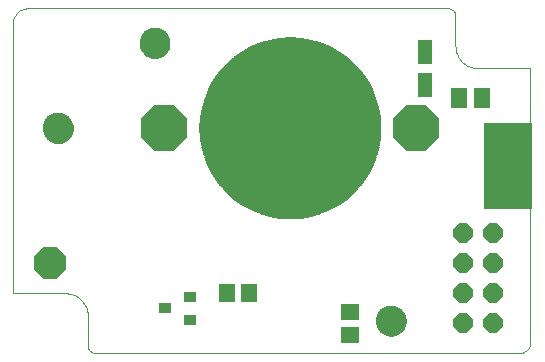
<source format=gts>
G75*
%MOIN*%
%OFA0B0*%
%FSLAX24Y24*%
%IPPOS*%
%LPD*%
%AMOC8*
5,1,8,0,0,1.08239X$1,22.5*
%
%ADD10C,0.0000*%
%ADD11C,0.1024*%
%ADD12OC8,0.1540*%
%ADD13C,0.4040*%
%ADD14C,0.0050*%
%ADD15R,0.0552X0.0670*%
%ADD16R,0.0552X0.0631*%
%ADD17R,0.0631X0.0552*%
%ADD18R,0.0394X0.0355*%
%ADD19OC8,0.0640*%
%ADD20OC8,0.1040*%
%ADD21R,0.0512X0.0827*%
%ADD22R,0.1340X0.0640*%
%ADD23R,0.1600X0.2900*%
D10*
X002650Y001400D02*
X002648Y001454D01*
X002642Y001507D01*
X002633Y001559D01*
X002620Y001611D01*
X002603Y001662D01*
X002582Y001712D01*
X002558Y001759D01*
X002531Y001805D01*
X002500Y001849D01*
X002467Y001891D01*
X002430Y001930D01*
X002391Y001967D01*
X002349Y002000D01*
X002305Y002031D01*
X002259Y002058D01*
X002212Y002082D01*
X002162Y002103D01*
X002111Y002120D01*
X002059Y002133D01*
X002007Y002142D01*
X001954Y002148D01*
X001900Y002150D01*
X000150Y002150D01*
X000150Y011256D01*
X000150Y011150D02*
X000152Y011194D01*
X000158Y011237D01*
X000167Y011279D01*
X000180Y011321D01*
X000197Y011361D01*
X000217Y011400D01*
X000240Y011437D01*
X000267Y011471D01*
X000296Y011504D01*
X000329Y011533D01*
X000363Y011560D01*
X000400Y011583D01*
X000439Y011603D01*
X000479Y011620D01*
X000521Y011633D01*
X000563Y011642D01*
X000606Y011648D01*
X000650Y011650D01*
X014650Y011650D01*
X014680Y011648D01*
X014710Y011643D01*
X014739Y011634D01*
X014766Y011621D01*
X014792Y011606D01*
X014816Y011587D01*
X014837Y011566D01*
X014856Y011542D01*
X014871Y011516D01*
X014884Y011489D01*
X014893Y011460D01*
X014898Y011430D01*
X014900Y011400D01*
X014900Y010400D01*
X014902Y010346D01*
X014908Y010293D01*
X014917Y010241D01*
X014930Y010189D01*
X014947Y010138D01*
X014968Y010088D01*
X014992Y010041D01*
X015019Y009995D01*
X015050Y009951D01*
X015083Y009909D01*
X015120Y009870D01*
X015159Y009833D01*
X015201Y009800D01*
X015245Y009769D01*
X015291Y009742D01*
X015338Y009718D01*
X015388Y009697D01*
X015439Y009680D01*
X015491Y009667D01*
X015543Y009658D01*
X015596Y009652D01*
X015650Y009650D01*
X017400Y009650D01*
X017400Y000544D01*
X017398Y000505D01*
X017392Y000467D01*
X017383Y000430D01*
X017370Y000393D01*
X017353Y000358D01*
X017334Y000325D01*
X017311Y000294D01*
X017285Y000265D01*
X017256Y000239D01*
X017225Y000216D01*
X017192Y000197D01*
X017157Y000180D01*
X017120Y000167D01*
X017083Y000158D01*
X017045Y000152D01*
X017006Y000150D01*
X017150Y000150D02*
X002900Y000150D01*
X002870Y000152D01*
X002840Y000157D01*
X002811Y000166D01*
X002784Y000179D01*
X002758Y000194D01*
X002734Y000213D01*
X002713Y000234D01*
X002694Y000258D01*
X002679Y000284D01*
X002666Y000311D01*
X002657Y000340D01*
X002652Y000370D01*
X002650Y000400D01*
X002650Y001400D01*
X001158Y007650D02*
X001160Y007694D01*
X001166Y007738D01*
X001176Y007781D01*
X001189Y007823D01*
X001207Y007863D01*
X001228Y007902D01*
X001252Y007939D01*
X001279Y007974D01*
X001310Y008006D01*
X001343Y008035D01*
X001379Y008061D01*
X001417Y008083D01*
X001457Y008102D01*
X001498Y008118D01*
X001541Y008130D01*
X001584Y008138D01*
X001628Y008142D01*
X001672Y008142D01*
X001716Y008138D01*
X001759Y008130D01*
X001802Y008118D01*
X001843Y008102D01*
X001883Y008083D01*
X001921Y008061D01*
X001957Y008035D01*
X001990Y008006D01*
X002021Y007974D01*
X002048Y007939D01*
X002072Y007902D01*
X002093Y007863D01*
X002111Y007823D01*
X002124Y007781D01*
X002134Y007738D01*
X002140Y007694D01*
X002142Y007650D01*
X002140Y007606D01*
X002134Y007562D01*
X002124Y007519D01*
X002111Y007477D01*
X002093Y007437D01*
X002072Y007398D01*
X002048Y007361D01*
X002021Y007326D01*
X001990Y007294D01*
X001957Y007265D01*
X001921Y007239D01*
X001883Y007217D01*
X001843Y007198D01*
X001802Y007182D01*
X001759Y007170D01*
X001716Y007162D01*
X001672Y007158D01*
X001628Y007158D01*
X001584Y007162D01*
X001541Y007170D01*
X001498Y007182D01*
X001457Y007198D01*
X001417Y007217D01*
X001379Y007239D01*
X001343Y007265D01*
X001310Y007294D01*
X001279Y007326D01*
X001252Y007361D01*
X001228Y007398D01*
X001207Y007437D01*
X001189Y007477D01*
X001176Y007519D01*
X001166Y007562D01*
X001160Y007606D01*
X001158Y007650D01*
X004382Y010485D02*
X004384Y010529D01*
X004390Y010573D01*
X004400Y010616D01*
X004413Y010658D01*
X004431Y010698D01*
X004452Y010737D01*
X004476Y010774D01*
X004503Y010809D01*
X004534Y010841D01*
X004567Y010870D01*
X004603Y010896D01*
X004641Y010918D01*
X004681Y010937D01*
X004722Y010953D01*
X004765Y010965D01*
X004808Y010973D01*
X004852Y010977D01*
X004896Y010977D01*
X004940Y010973D01*
X004983Y010965D01*
X005026Y010953D01*
X005067Y010937D01*
X005107Y010918D01*
X005145Y010896D01*
X005181Y010870D01*
X005214Y010841D01*
X005245Y010809D01*
X005272Y010774D01*
X005296Y010737D01*
X005317Y010698D01*
X005335Y010658D01*
X005348Y010616D01*
X005358Y010573D01*
X005364Y010529D01*
X005366Y010485D01*
X005364Y010441D01*
X005358Y010397D01*
X005348Y010354D01*
X005335Y010312D01*
X005317Y010272D01*
X005296Y010233D01*
X005272Y010196D01*
X005245Y010161D01*
X005214Y010129D01*
X005181Y010100D01*
X005145Y010074D01*
X005107Y010052D01*
X005067Y010033D01*
X005026Y010017D01*
X004983Y010005D01*
X004940Y009997D01*
X004896Y009993D01*
X004852Y009993D01*
X004808Y009997D01*
X004765Y010005D01*
X004722Y010017D01*
X004681Y010033D01*
X004641Y010052D01*
X004603Y010074D01*
X004567Y010100D01*
X004534Y010129D01*
X004503Y010161D01*
X004476Y010196D01*
X004452Y010233D01*
X004431Y010272D01*
X004413Y010312D01*
X004400Y010354D01*
X004390Y010397D01*
X004384Y010441D01*
X004382Y010485D01*
X012256Y001233D02*
X012258Y001277D01*
X012264Y001321D01*
X012274Y001364D01*
X012287Y001406D01*
X012305Y001446D01*
X012326Y001485D01*
X012350Y001522D01*
X012377Y001557D01*
X012408Y001589D01*
X012441Y001618D01*
X012477Y001644D01*
X012515Y001666D01*
X012555Y001685D01*
X012596Y001701D01*
X012639Y001713D01*
X012682Y001721D01*
X012726Y001725D01*
X012770Y001725D01*
X012814Y001721D01*
X012857Y001713D01*
X012900Y001701D01*
X012941Y001685D01*
X012981Y001666D01*
X013019Y001644D01*
X013055Y001618D01*
X013088Y001589D01*
X013119Y001557D01*
X013146Y001522D01*
X013170Y001485D01*
X013191Y001446D01*
X013209Y001406D01*
X013222Y001364D01*
X013232Y001321D01*
X013238Y001277D01*
X013240Y001233D01*
X013238Y001189D01*
X013232Y001145D01*
X013222Y001102D01*
X013209Y001060D01*
X013191Y001020D01*
X013170Y000981D01*
X013146Y000944D01*
X013119Y000909D01*
X013088Y000877D01*
X013055Y000848D01*
X013019Y000822D01*
X012981Y000800D01*
X012941Y000781D01*
X012900Y000765D01*
X012857Y000753D01*
X012814Y000745D01*
X012770Y000741D01*
X012726Y000741D01*
X012682Y000745D01*
X012639Y000753D01*
X012596Y000765D01*
X012555Y000781D01*
X012515Y000800D01*
X012477Y000822D01*
X012441Y000848D01*
X012408Y000877D01*
X012377Y000909D01*
X012350Y000944D01*
X012326Y000981D01*
X012305Y001020D01*
X012287Y001060D01*
X012274Y001102D01*
X012264Y001145D01*
X012258Y001189D01*
X012256Y001233D01*
D11*
X012748Y001233D03*
X001650Y007650D03*
X004874Y010485D03*
D12*
X005200Y007650D03*
X013600Y007650D03*
D13*
X009400Y007650D03*
D14*
X006954Y005922D02*
X011846Y005922D01*
X011881Y005970D02*
X006919Y005970D01*
X006885Y006019D02*
X011915Y006019D01*
X011940Y006054D02*
X012103Y006348D01*
X012232Y006659D01*
X012325Y006982D01*
X012381Y007314D01*
X012400Y007650D01*
X012381Y007986D01*
X012325Y008318D01*
X012232Y008641D01*
X012103Y008952D01*
X011940Y009246D01*
X011745Y009520D01*
X011521Y009771D01*
X011270Y009995D01*
X011270Y009996D02*
X007530Y009996D01*
X007530Y009995D02*
X007279Y009771D01*
X007055Y009520D01*
X006860Y009246D01*
X006697Y008952D01*
X006568Y008641D01*
X006475Y008318D01*
X006419Y007986D01*
X006400Y007650D01*
X006419Y007314D01*
X006475Y006982D01*
X006568Y006659D01*
X006697Y006348D01*
X006860Y006054D01*
X007055Y005780D01*
X007279Y005529D01*
X007530Y005305D01*
X007804Y005110D01*
X008098Y004947D01*
X008409Y004818D01*
X008732Y004725D01*
X009064Y004669D01*
X009400Y004650D01*
X009736Y004669D01*
X010068Y004725D01*
X010391Y004818D01*
X010702Y004947D01*
X010996Y005110D01*
X011270Y005305D01*
X011521Y005529D01*
X011745Y005780D01*
X011940Y006054D01*
X011947Y006067D02*
X006853Y006067D01*
X006826Y006116D02*
X011974Y006116D01*
X012001Y006164D02*
X006799Y006164D01*
X006772Y006213D02*
X012028Y006213D01*
X012055Y006261D02*
X006745Y006261D01*
X006719Y006310D02*
X012081Y006310D01*
X012107Y006358D02*
X006693Y006358D01*
X006673Y006407D02*
X012127Y006407D01*
X012147Y006455D02*
X006653Y006455D01*
X006633Y006504D02*
X012167Y006504D01*
X012187Y006552D02*
X006613Y006552D01*
X006593Y006601D02*
X012207Y006601D01*
X012227Y006649D02*
X006573Y006649D01*
X006557Y006698D02*
X012243Y006698D01*
X012257Y006746D02*
X006543Y006746D01*
X006529Y006795D02*
X012271Y006795D01*
X012285Y006843D02*
X006515Y006843D01*
X006501Y006892D02*
X012299Y006892D01*
X012313Y006940D02*
X006487Y006940D01*
X006474Y006989D02*
X012326Y006989D01*
X012334Y007037D02*
X006466Y007037D01*
X006458Y007086D02*
X012342Y007086D01*
X012351Y007134D02*
X006449Y007134D01*
X006441Y007183D02*
X012359Y007183D01*
X012367Y007231D02*
X006433Y007231D01*
X006425Y007280D02*
X012375Y007280D01*
X012382Y007328D02*
X006418Y007328D01*
X006415Y007377D02*
X012385Y007377D01*
X012387Y007425D02*
X006413Y007425D01*
X006410Y007474D02*
X012390Y007474D01*
X012393Y007522D02*
X006407Y007522D01*
X006404Y007571D02*
X012396Y007571D01*
X012398Y007619D02*
X006402Y007619D01*
X006401Y007668D02*
X012399Y007668D01*
X012396Y007716D02*
X006404Y007716D01*
X006406Y007765D02*
X012394Y007765D01*
X012391Y007813D02*
X006409Y007813D01*
X006412Y007862D02*
X012388Y007862D01*
X012385Y007910D02*
X006415Y007910D01*
X006417Y007959D02*
X012383Y007959D01*
X012378Y008007D02*
X006422Y008007D01*
X006431Y008056D02*
X012369Y008056D01*
X012361Y008104D02*
X006439Y008104D01*
X006447Y008153D02*
X012353Y008153D01*
X012345Y008201D02*
X006455Y008201D01*
X006464Y008250D02*
X012336Y008250D01*
X012328Y008298D02*
X006472Y008298D01*
X006484Y008347D02*
X012316Y008347D01*
X012302Y008395D02*
X006498Y008395D01*
X006512Y008444D02*
X012288Y008444D01*
X012275Y008492D02*
X006525Y008492D01*
X006539Y008541D02*
X012261Y008541D01*
X012247Y008589D02*
X006553Y008589D01*
X006567Y008638D02*
X012233Y008638D01*
X012213Y008686D02*
X006587Y008686D01*
X006607Y008735D02*
X012193Y008735D01*
X012173Y008783D02*
X006627Y008783D01*
X006647Y008832D02*
X012153Y008832D01*
X012133Y008880D02*
X006667Y008880D01*
X006688Y008929D02*
X012112Y008929D01*
X012089Y008977D02*
X006711Y008977D01*
X006738Y009026D02*
X012062Y009026D01*
X012035Y009074D02*
X006765Y009074D01*
X006792Y009123D02*
X012008Y009123D01*
X011982Y009171D02*
X006818Y009171D01*
X006845Y009220D02*
X011955Y009220D01*
X011925Y009268D02*
X006875Y009268D01*
X006910Y009317D02*
X011890Y009317D01*
X011856Y009365D02*
X006944Y009365D01*
X006979Y009414D02*
X011821Y009414D01*
X011787Y009462D02*
X007013Y009462D01*
X007047Y009511D02*
X011753Y009511D01*
X011711Y009559D02*
X007089Y009559D01*
X007132Y009608D02*
X011668Y009608D01*
X011624Y009656D02*
X007176Y009656D01*
X007219Y009705D02*
X011581Y009705D01*
X011538Y009753D02*
X007262Y009753D01*
X007313Y009802D02*
X011487Y009802D01*
X011433Y009850D02*
X007367Y009850D01*
X007421Y009899D02*
X011379Y009899D01*
X011325Y009947D02*
X007475Y009947D01*
X007530Y009995D02*
X007804Y010190D01*
X008098Y010353D01*
X008409Y010482D01*
X008732Y010575D01*
X009064Y010631D01*
X009400Y010650D01*
X009736Y010631D01*
X010068Y010575D01*
X010391Y010482D01*
X010702Y010353D01*
X010996Y010190D01*
X011270Y009995D01*
X011202Y010044D02*
X007598Y010044D01*
X007666Y010093D02*
X011134Y010093D01*
X011065Y010141D02*
X007735Y010141D01*
X007803Y010190D02*
X010997Y010190D01*
X010909Y010238D02*
X007891Y010238D01*
X007978Y010287D02*
X010822Y010287D01*
X010734Y010335D02*
X008066Y010335D01*
X008172Y010384D02*
X010628Y010384D01*
X010511Y010432D02*
X008289Y010432D01*
X008407Y010481D02*
X010393Y010481D01*
X010226Y010529D02*
X008574Y010529D01*
X008749Y010578D02*
X010051Y010578D01*
X009766Y010626D02*
X009034Y010626D01*
X006988Y005873D02*
X011812Y005873D01*
X011777Y005825D02*
X007023Y005825D01*
X007058Y005776D02*
X011742Y005776D01*
X011699Y005728D02*
X007101Y005728D01*
X007144Y005679D02*
X011656Y005679D01*
X011612Y005631D02*
X007188Y005631D01*
X007231Y005582D02*
X011569Y005582D01*
X011526Y005534D02*
X007274Y005534D01*
X007328Y005485D02*
X011472Y005485D01*
X011418Y005437D02*
X007382Y005437D01*
X007436Y005388D02*
X011364Y005388D01*
X011310Y005340D02*
X007490Y005340D01*
X007549Y005291D02*
X011251Y005291D01*
X011183Y005243D02*
X007617Y005243D01*
X007685Y005194D02*
X011115Y005194D01*
X011046Y005146D02*
X007754Y005146D01*
X007827Y005097D02*
X010973Y005097D01*
X010885Y005049D02*
X007915Y005049D01*
X008003Y005000D02*
X010797Y005000D01*
X010710Y004952D02*
X008090Y004952D01*
X008205Y004903D02*
X010595Y004903D01*
X010478Y004855D02*
X008322Y004855D01*
X008452Y004806D02*
X010348Y004806D01*
X010180Y004758D02*
X008620Y004758D01*
X008828Y004709D02*
X009972Y004709D01*
X009587Y004661D02*
X009213Y004661D01*
D15*
X015006Y008650D03*
X015794Y008650D03*
D16*
X008024Y002150D03*
X007276Y002150D03*
D17*
X011400Y001524D03*
X011400Y000776D03*
D18*
X006044Y001276D03*
X005217Y001650D03*
X006044Y002024D03*
D19*
X015150Y002150D03*
X016150Y002150D03*
X016150Y003150D03*
X015150Y003150D03*
X015150Y004150D03*
X016150Y004150D03*
X016150Y001150D03*
X015150Y001150D03*
D20*
X001400Y003150D03*
D21*
X013900Y009099D03*
X013900Y010201D03*
D22*
X016650Y007400D03*
X016650Y006400D03*
X016650Y005400D03*
D23*
X016650Y006400D03*
M02*

</source>
